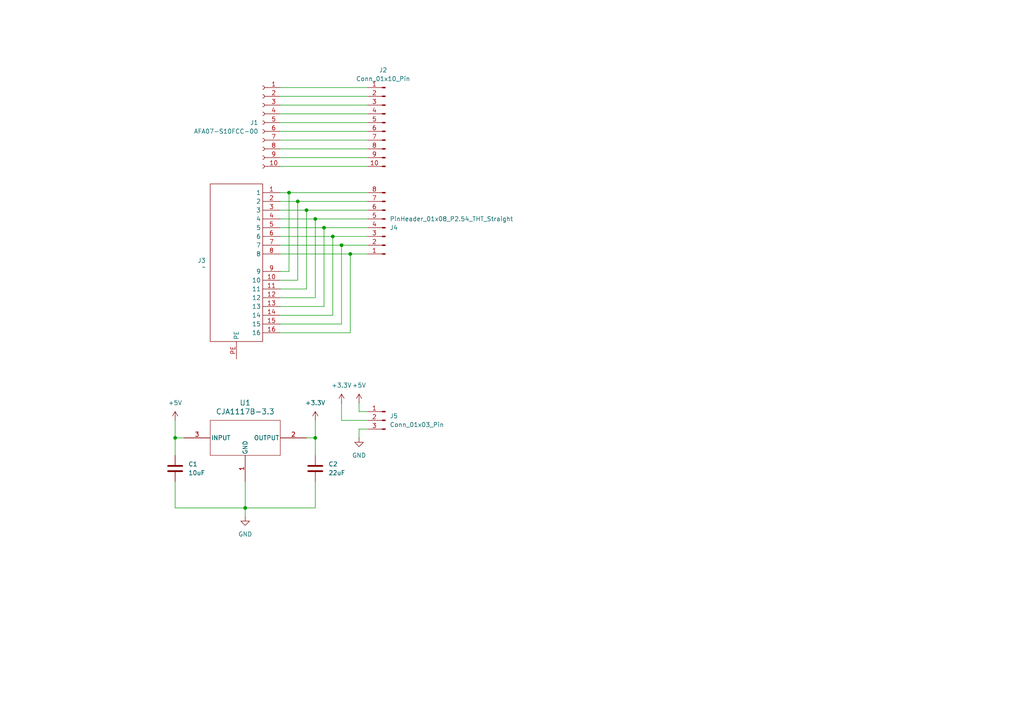
<source format=kicad_sch>
(kicad_sch (version 20231120) (generator "eeschema") (generator_version "8.0")
  (paper "A4")
  (lib_symbols
    (symbol "Connector:Conn_01x03_Pin" (pin_names (offset 1.016) hide)
      (property "Reference" "J" (at 0 5.08 0))
      (property "Value" "Conn_01x03_Pin" (at 0 -5.08 0))
      (symbol "Conn_01x03_Pin_1_1"
        (polyline (pts (xy 1.27 -2.54) (xy 0.8636 -2.54)) (stroke (width 0.1524)))
        (polyline (pts (xy 1.27 0) (xy 0.8636 0)) (stroke (width 0.1524)))
        (polyline (pts (xy 1.27 2.54) (xy 0.8636 2.54)) (stroke (width 0.1524)))
        (rectangle (start 0.8636 -2.413) (end 0 -2.667) (stroke (width 0.1524)) (fill (type outline)))
        (rectangle (start 0.8636 0.127) (end 0 -0.127) (stroke (width 0.1524)) (fill (type outline)))
        (rectangle (start 0.8636 2.667) (end 0 2.413) (stroke (width 0.1524)) (fill (type outline)))
        (pin passive line (at 5.08 2.54 180) (length 3.81) (name "Pin_1") (number "1"))
        (pin passive line (at 5.08 0 180) (length 3.81) (name "Pin_2") (number "2"))
        (pin passive line (at 5.08 -2.54 180) (length 3.81) (name "Pin_3") (number "3"))
      )
    )
    (symbol "Connector:Conn_01x10_Pin" (pin_names (offset 1.016) hide)
      (property "Reference" "J" (at 0 12.7 0))
      (property "Value" "Conn_01x10_Pin" (at 0 -15.24 0))
      (symbol "Conn_01x10_Pin_1_1"
        (polyline (pts (xy 1.27 -12.7) (xy 0.8636 -12.7)) (stroke (width 0.1524)))
        (polyline (pts (xy 1.27 -10.16) (xy 0.8636 -10.16)) (stroke (width 0.1524)))
        (polyline (pts (xy 1.27 -7.62) (xy 0.8636 -7.62)) (stroke (width 0.1524)))
        (polyline (pts (xy 1.27 -5.08) (xy 0.8636 -5.08)) (stroke (width 0.1524)))
        (polyline (pts (xy 1.27 -2.54) (xy 0.8636 -2.54)) (stroke (width 0.1524)))
        (polyline (pts (xy 1.27 0) (xy 0.8636 0)) (stroke (width 0.1524)))
        (polyline (pts (xy 1.27 2.54) (xy 0.8636 2.54)) (stroke (width 0.1524)))
        (polyline (pts (xy 1.27 5.08) (xy 0.8636 5.08)) (stroke (width 0.1524)))
        (polyline (pts (xy 1.27 7.62) (xy 0.8636 7.62)) (stroke (width 0.1524)))
        (polyline (pts (xy 1.27 10.16) (xy 0.8636 10.16)) (stroke (width 0.1524)))
        (rectangle (start 0.8636 -12.573) (end 0 -12.827) (stroke (width 0.1524)) (fill (type outline)))
        (rectangle (start 0.8636 -10.033) (end 0 -10.287) (stroke (width 0.1524)) (fill (type outline)))
        (rectangle (start 0.8636 -7.493) (end 0 -7.747) (stroke (width 0.1524)) (fill (type outline)))
        (rectangle (start 0.8636 -4.953) (end 0 -5.207) (stroke (width 0.1524)) (fill (type outline)))
        (rectangle (start 0.8636 -2.413) (end 0 -2.667) (stroke (width 0.1524)) (fill (type outline)))
        (rectangle (start 0.8636 0.127) (end 0 -0.127) (stroke (width 0.1524)) (fill (type outline)))
        (rectangle (start 0.8636 2.667) (end 0 2.413) (stroke (width 0.1524)) (fill (type outline)))
        (rectangle (start 0.8636 5.207) (end 0 4.953) (stroke (width 0.1524)) (fill (type outline)))
        (rectangle (start 0.8636 7.747) (end 0 7.493) (stroke (width 0.1524)) (fill (type outline)))
        (rectangle (start 0.8636 10.287) (end 0 10.033) (stroke (width 0.1524)) (fill (type outline)))
        (pin passive line (at 5.08 10.16 180) (length 3.81) (name "Pin_1") (number "1"))
        (pin passive line (at 5.08 -12.7 180) (length 3.81) (name "Pin_10") (number "10"))
        (pin passive line (at 5.08 7.62 180) (length 3.81) (name "Pin_2") (number "2"))
        (pin passive line (at 5.08 5.08 180) (length 3.81) (name "Pin_3") (number "3"))
        (pin passive line (at 5.08 2.54 180) (length 3.81) (name "Pin_4") (number "4"))
        (pin passive line (at 5.08 0 180) (length 3.81) (name "Pin_5") (number "5"))
        (pin passive line (at 5.08 -2.54 180) (length 3.81) (name "Pin_6") (number "6"))
        (pin passive line (at 5.08 -5.08 180) (length 3.81) (name "Pin_7") (number "7"))
        (pin passive line (at 5.08 -7.62 180) (length 3.81) (name "Pin_8") (number "8"))
        (pin passive line (at 5.08 -10.16 180) (length 3.81) (name "Pin_9") (number "9"))
      )
    )
    (symbol "kicad_inventree_lib:AFA07-S10FCC-00" (pin_names (offset 1.016) hide)
      (property "Reference" "J" (at 0 12.7 0))
      (property "Value" "AFA07-S10FCC-00" (at 0 -15.24 0))
      (symbol "AFA07-S10FCC-00_1_1"
        (arc (start 0 -12.192) (mid -0.5058 -12.7) (end 0 -13.208) (stroke (width 0.1524)))
        (arc (start 0 -9.652) (mid -0.5058 -10.16) (end 0 -10.668) (stroke (width 0.1524)))
        (arc (start 0 -7.112) (mid -0.5058 -7.62) (end 0 -8.128) (stroke (width 0.1524)))
        (arc (start 0 -4.572) (mid -0.5058 -5.08) (end 0 -5.588) (stroke (width 0.1524)))
        (arc (start 0 -2.032) (mid -0.5058 -2.54) (end 0 -3.048) (stroke (width 0.1524)))
        (polyline (pts (xy -1.27 -12.7) (xy -0.508 -12.7)) (stroke (width 0.1524)))
        (polyline (pts (xy -1.27 -10.16) (xy -0.508 -10.16)) (stroke (width 0.1524)))
        (polyline (pts (xy -1.27 -7.62) (xy -0.508 -7.62)) (stroke (width 0.1524)))
        (polyline (pts (xy -1.27 -5.08) (xy -0.508 -5.08)) (stroke (width 0.1524)))
        (polyline (pts (xy -1.27 -2.54) (xy -0.508 -2.54)) (stroke (width 0.1524)))
        (polyline (pts (xy -1.27 0) (xy -0.508 0)) (stroke (width 0.1524)))
        (polyline (pts (xy -1.27 2.54) (xy -0.508 2.54)) (stroke (width 0.1524)))
        (polyline (pts (xy -1.27 5.08) (xy -0.508 5.08)) (stroke (width 0.1524)))
        (polyline (pts (xy -1.27 7.62) (xy -0.508 7.62)) (stroke (width 0.1524)))
        (polyline (pts (xy -1.27 10.16) (xy -0.508 10.16)) (stroke (width 0.1524)))
        (arc (start 0 0.508) (mid -0.5058 0) (end 0 -0.508) (stroke (width 0.1524)))
        (arc (start 0 3.048) (mid -0.5058 2.54) (end 0 2.032) (stroke (width 0.1524)))
        (arc (start 0 5.588) (mid -0.5058 5.08) (end 0 4.572) (stroke (width 0.1524)))
        (arc (start 0 8.128) (mid -0.5058 7.62) (end 0 7.112) (stroke (width 0.1524)))
        (arc (start 0 10.668) (mid -0.5058 10.16) (end 0 9.652) (stroke (width 0.1524)))
        (pin passive line (at -5.08 10.16 0) (length 3.81) (name "Pin_1") (number "1"))
        (pin passive line (at -5.08 -12.7 0) (length 3.81) (name "Pin_10") (number "10"))
        (pin passive line (at -5.08 7.62 0) (length 3.81) (name "Pin_2") (number "2"))
        (pin passive line (at -5.08 5.08 0) (length 3.81) (name "Pin_3") (number "3"))
        (pin passive line (at -5.08 2.54 0) (length 3.81) (name "Pin_4") (number "4"))
        (pin passive line (at -5.08 0 0) (length 3.81) (name "Pin_5") (number "5"))
        (pin passive line (at -5.08 -2.54 0) (length 3.81) (name "Pin_6") (number "6"))
        (pin passive line (at -5.08 -5.08 0) (length 3.81) (name "Pin_7") (number "7"))
        (pin passive line (at -5.08 -7.62 0) (length 3.81) (name "Pin_8") (number "8"))
        (pin passive line (at -5.08 -10.16 0) (length 3.81) (name "Pin_9") (number "9"))
      )
    )
    (symbol "kicad_inventree_lib:CJA1117B-3.3" (pin_names (offset 0.254))
      (property "Reference" "U" (at 0 5.08 0))
      (property "Value" "CJA1117B-3.3" (at 0 2.54 0))
      (symbol "CJA1117B-3.3_0_1"
        (polyline (pts (xy -10.16 -10.16) (xy 10.16 -10.16)) (stroke (width 0.127)))
        (polyline (pts (xy -10.16 0) (xy -10.16 -10.16)) (stroke (width 0.127)))
        (polyline (pts (xy 10.16 -10.16) (xy 10.16 0)) (stroke (width 0.127)))
        (polyline (pts (xy 10.16 0) (xy -10.16 0)) (stroke (width 0.127)))
        (pin unspecified line (at 17.78 -5.08 180) (length 7.62) (name "OUTPUT") (number "2"))
        (pin unspecified line (at -17.78 -5.08 0) (length 7.62) (name "INPUT") (number "3"))
      )
      (symbol "CJA1117B-3.3_1_1"
        (pin unspecified line (at 0 -17.78 90) (length 7.62) (name "GND") (number "1"))
      )
    )
    (symbol "kicad_inventree_lib:C_10uF_16V_1206" (pin_numbers hide) (pin_names (offset 0.254))
      (property "Reference" "C" (at 0.635 2.54 0))
      (property "Value" "10uF" (at 0.635 -2.54 0))
      (symbol "C_10uF_16V_1206_0_1"
        (polyline (pts (xy -2.032 -0.762) (xy 2.032 -0.762)) (stroke (width 0.508)))
        (polyline (pts (xy -2.032 0.762) (xy 2.032 0.762)) (stroke (width 0.508)))
      )
      (symbol "C_10uF_16V_1206_1_1"
        (pin passive line (at 0 3.81 270) (length 2.794) (name "~") (number "1"))
        (pin passive line (at 0 -3.81 90) (length 2.794) (name "~") (number "2"))
      )
    )
    (symbol "kicad_inventree_lib:C_22uF_16V_1206" (pin_numbers hide) (pin_names (offset 0.254))
      (property "Reference" "C" (at 0.635 2.54 0))
      (property "Value" "22uF" (at 0.635 -2.54 0))
      (symbol "C_22uF_16V_1206_0_1"
        (polyline (pts (xy -2.032 -0.762) (xy 2.032 -0.762)) (stroke (width 0.508)))
        (polyline (pts (xy -2.032 0.762) (xy 2.032 0.762)) (stroke (width 0.508)))
      )
      (symbol "C_22uF_16V_1206_1_1"
        (pin passive line (at 0 3.81 270) (length 2.794) (name "~") (number "1"))
        (pin passive line (at 0 -3.81 90) (length 2.794) (name "~") (number "2"))
      )
    )
    (symbol "kicad_inventree_lib:HC-WK88-H16-1X2-DB"
      (property "Reference" "J" (at 0 0 0))
      (symbol "HC-WK88-H16-1X2-DB_0_1"
        (rectangle (start -7.62 -2.54) (end 7.62 -48.26))
      )
      (symbol "HC-WK88-H16-1X2-DB_1_1"
        (pin input line (at -12.7 -5.08 0) (length 5.08) (name "1") (number "1"))
        (pin input line (at -12.7 -30.48 0) (length 5.08) (name "10") (number "10"))
        (pin input line (at -12.7 -33.02 0) (length 5.08) (name "11") (number "11"))
        (pin input line (at -12.7 -35.56 0) (length 5.08) (name "12") (number "12"))
        (pin input line (at -12.7 -38.1 0) (length 5.08) (name "13") (number "13"))
        (pin input line (at -12.7 -40.64 0) (length 5.08) (name "14") (number "14"))
        (pin input line (at -12.7 -43.18 0) (length 5.08) (name "15") (number "15"))
        (pin input line (at -12.7 -45.72 0) (length 5.08) (name "16") (number "16"))
        (pin input line (at -12.7 -7.62 0) (length 5.08) (name "2") (number "2"))
        (pin input line (at -12.7 -10.16 0) (length 5.08) (name "3") (number "3"))
        (pin input line (at -12.7 -12.7 0) (length 5.08) (name "4") (number "4"))
        (pin input line (at -12.7 -15.24 0) (length 5.08) (name "5") (number "5"))
        (pin input line (at -12.7 -17.78 0) (length 5.08) (name "6") (number "6"))
        (pin input line (at -12.7 -20.32 0) (length 5.08) (name "7") (number "7"))
        (pin input line (at -12.7 -22.86 0) (length 5.08) (name "8") (number "8"))
        (pin input line (at -12.7 -27.94 0) (length 5.08) (name "9") (number "9"))
        (pin input line (at 0 -53.34 90) (length 5.08) (name "PE") (number "PE"))
      )
    )
    (symbol "kicad_inventree_lib:PinHeader_01x08_P2.54_THT_Straight" (pin_names (offset 1.016) hide)
      (property "Reference" "J" (at 0 10.16 0))
      (property "Value" "PinHeader_01x08_P2.54_THT_Straight" (at 0 -12.7 0))
      (symbol "PinHeader_01x08_P2.54_THT_Straight_1_1"
        (polyline (pts (xy 1.27 -10.16) (xy 0.8636 -10.16)) (stroke (width 0.1524)))
        (polyline (pts (xy 1.27 -7.62) (xy 0.8636 -7.62)) (stroke (width 0.1524)))
        (polyline (pts (xy 1.27 -5.08) (xy 0.8636 -5.08)) (stroke (width 0.1524)))
        (polyline (pts (xy 1.27 -2.54) (xy 0.8636 -2.54)) (stroke (width 0.1524)))
        (polyline (pts (xy 1.27 0) (xy 0.8636 0)) (stroke (width 0.1524)))
        (polyline (pts (xy 1.27 2.54) (xy 0.8636 2.54)) (stroke (width 0.1524)))
        (polyline (pts (xy 1.27 5.08) (xy 0.8636 5.08)) (stroke (width 0.1524)))
        (polyline (pts (xy 1.27 7.62) (xy 0.8636 7.62)) (stroke (width 0.1524)))
        (rectangle (start 0.8636 -10.033) (end 0 -10.287) (stroke (width 0.1524)) (fill (type outline)))
        (rectangle (start 0.8636 -7.493) (end 0 -7.747) (stroke (width 0.1524)) (fill (type outline)))
        (rectangle (start 0.8636 -4.953) (end 0 -5.207) (stroke (width 0.1524)) (fill (type outline)))
        (rectangle (start 0.8636 -2.413) (end 0 -2.667) (stroke (width 0.1524)) (fill (type outline)))
        (rectangle (start 0.8636 0.127) (end 0 -0.127) (stroke (width 0.1524)) (fill (type outline)))
        (rectangle (start 0.8636 2.667) (end 0 2.413) (stroke (width 0.1524)) (fill (type outline)))
        (rectangle (start 0.8636 5.207) (end 0 4.953) (stroke (width 0.1524)) (fill (type outline)))
        (rectangle (start 0.8636 7.747) (end 0 7.493) (stroke (width 0.1524)) (fill (type outline)))
        (pin passive line (at 5.08 7.62 180) (length 3.81) (name "Pin_1") (number "1"))
        (pin passive line (at 5.08 5.08 180) (length 3.81) (name "Pin_2") (number "2"))
        (pin passive line (at 5.08 2.54 180) (length 3.81) (name "Pin_3") (number "3"))
        (pin passive line (at 5.08 0 180) (length 3.81) (name "Pin_4") (number "4"))
        (pin passive line (at 5.08 -2.54 180) (length 3.81) (name "Pin_5") (number "5"))
        (pin passive line (at 5.08 -5.08 180) (length 3.81) (name "Pin_6") (number "6"))
        (pin passive line (at 5.08 -7.62 180) (length 3.81) (name "Pin_7") (number "7"))
        (pin passive line (at 5.08 -10.16 180) (length 3.81) (name "Pin_8") (number "8"))
      )
    )
    (symbol "power:+3.3V" (power) (pin_numbers hide) (pin_names (offset 0) hide)
      (property "Value" "+3.3V" (at 0 3.556 0))
      (symbol "+3.3V_0_1"
        (polyline (pts (xy -0.762 1.27) (xy 0 2.54)))
        (polyline (pts (xy 0 0) (xy 0 2.54)))
        (polyline (pts (xy 0 2.54) (xy 0.762 1.27)))
      )
      (symbol "+3.3V_1_1"
        (pin power_in line (at 0 0 90) (length 0) (name "~") (number "1"))
      )
    )
    (symbol "power:+5V" (power) (pin_numbers hide) (pin_names (offset 0) hide)
      (property "Value" "+5V" (at 0 3.556 0))
      (symbol "+5V_0_1"
        (polyline (pts (xy -0.762 1.27) (xy 0 2.54)))
        (polyline (pts (xy 0 0) (xy 0 2.54)))
        (polyline (pts (xy 0 2.54) (xy 0.762 1.27)))
      )
      (symbol "+5V_1_1"
        (pin power_in line (at 0 0 90) (length 0) (name "~") (number "1"))
      )
    )
    (symbol "power:GND" (power) (pin_numbers hide) (pin_names (offset 0) hide)
      (property "Value" "GND" (at 0 -3.81 0))
      (symbol "GND_0_1"
        (polyline (pts (xy 0 0) (xy 0 -1.27) (xy 1.27 -1.27) (xy 0 -2.54) (xy -1.27 -1.27) (xy 0 -1.27)))
      )
      (symbol "GND_1_1"
        (pin power_in line (at 0 0 270) (length 0) (name "~") (number "1"))
      )
    )
  )
  (junction (at 91.44 127))
  (junction (at 86.36 58.42))
  (junction (at 83.82 55.88))
  (junction (at 99.06 71.12))
  (junction (at 96.52 68.58))
  (junction (at 88.9 60.96))
  (junction (at 91.44 63.5))
  (junction (at 93.98 66.04))
  (junction (at 50.8 127))
  (junction (at 101.6 73.66))
  (junction (at 71.12 147.32))
  (wire (pts (xy 106.68 43.18) (xy 81.28 43.18)))
  (wire (pts (xy 104.14 116.84) (xy 104.14 119.38)))
  (wire (pts (xy 106.68 33.02) (xy 81.28 33.02)))
  (wire (pts (xy 106.68 48.26) (xy 81.28 48.26)))
  (wire (pts (xy 81.28 96.52) (xy 101.6 96.52)))
  (wire (pts (xy 99.06 71.12) (xy 99.06 93.98)))
  (wire (pts (xy 81.28 91.44) (xy 96.52 91.44)))
  (wire (pts (xy 50.8 147.32) (xy 71.12 147.32)))
  (wire (pts (xy 91.44 139.7) (xy 91.44 147.32)))
  (wire (pts (xy 86.36 58.42) (xy 106.68 58.42)))
  (wire (pts (xy 83.82 55.88) (xy 106.68 55.88)))
  (wire (pts (xy 91.44 127) (xy 91.44 121.92)))
  (wire (pts (xy 81.28 71.12) (xy 99.06 71.12)))
  (wire (pts (xy 88.9 60.96) (xy 106.68 60.96)))
  (wire (pts (xy 101.6 73.66) (xy 101.6 96.52)))
  (wire (pts (xy 106.68 35.56) (xy 81.28 35.56)))
  (wire (pts (xy 99.06 71.12) (xy 106.68 71.12)))
  (wire (pts (xy 81.28 73.66) (xy 101.6 73.66)))
  (wire (pts (xy 91.44 63.5) (xy 91.44 86.36)))
  (wire (pts (xy 81.28 66.04) (xy 93.98 66.04)))
  (wire (pts (xy 81.28 88.9) (xy 93.98 88.9)))
  (wire (pts (xy 106.68 38.1) (xy 81.28 38.1)))
  (wire (pts (xy 96.52 91.44) (xy 96.52 68.58)))
  (wire (pts (xy 88.9 60.96) (xy 88.9 83.82)))
  (wire (pts (xy 81.28 78.74) (xy 83.82 78.74)))
  (wire (pts (xy 86.36 58.42) (xy 86.36 81.28)))
  (wire (pts (xy 50.8 127) (xy 53.34 127)))
  (wire (pts (xy 106.68 121.92) (xy 99.06 121.92)))
  (wire (pts (xy 50.8 127) (xy 50.8 132.08)))
  (wire (pts (xy 50.8 121.92) (xy 50.8 127)))
  (wire (pts (xy 106.68 40.64) (xy 81.28 40.64)))
  (wire (pts (xy 106.68 27.94) (xy 81.28 27.94)))
  (wire (pts (xy 81.28 55.88) (xy 83.82 55.88)))
  (wire (pts (xy 91.44 127) (xy 91.44 132.08)))
  (wire (pts (xy 106.68 30.48) (xy 81.28 30.48)))
  (wire (pts (xy 71.12 149.86) (xy 71.12 147.32)))
  (wire (pts (xy 104.14 119.38) (xy 106.68 119.38)))
  (wire (pts (xy 106.68 25.4) (xy 81.28 25.4)))
  (wire (pts (xy 93.98 66.04) (xy 106.68 66.04)))
  (wire (pts (xy 81.28 58.42) (xy 86.36 58.42)))
  (wire (pts (xy 81.28 68.58) (xy 96.52 68.58)))
  (wire (pts (xy 96.52 68.58) (xy 106.68 68.58)))
  (wire (pts (xy 71.12 147.32) (xy 71.12 139.7)))
  (wire (pts (xy 81.28 93.98) (xy 99.06 93.98)))
  (wire (pts (xy 81.28 81.28) (xy 86.36 81.28)))
  (wire (pts (xy 99.06 121.92) (xy 99.06 116.84)))
  (wire (pts (xy 50.8 139.7) (xy 50.8 147.32)))
  (wire (pts (xy 81.28 63.5) (xy 91.44 63.5)))
  (wire (pts (xy 106.68 45.72) (xy 81.28 45.72)))
  (wire (pts (xy 81.28 83.82) (xy 88.9 83.82)))
  (wire (pts (xy 88.9 127) (xy 91.44 127)))
  (wire (pts (xy 91.44 63.5) (xy 106.68 63.5)))
  (wire (pts (xy 104.14 124.46) (xy 104.14 127)))
  (wire (pts (xy 91.44 147.32) (xy 71.12 147.32)))
  (wire (pts (xy 81.28 60.96) (xy 88.9 60.96)))
  (wire (pts (xy 93.98 66.04) (xy 93.98 88.9)))
  (wire (pts (xy 106.68 124.46) (xy 104.14 124.46)))
  (wire (pts (xy 101.6 73.66) (xy 106.68 73.66)))
  (wire (pts (xy 81.28 86.36) (xy 91.44 86.36)))
  (wire (pts (xy 83.82 55.88) (xy 83.82 78.74)))
  (symbol (lib_id "Connector:Conn_01x03_Pin") (at 111.76 121.92 0) (mirror y) (unit 1)
    (property "Reference" "J5" (at 113.03 120.6499 0) (effects (justify right)))
    (property "Value" "Conn_01x03_Pin" (at 113.03 123.1899 0) (effects (justify right)))
    (property "Footprint" "Connector_PinHeader_2.54mm:PinHeader_1x03_P2.54mm_Vertical" (effects (hide yes)))
    (property "Description" "Generic connector, single row, 01x03, script generated" (effects (hide yes)))
  )
  (symbol (lib_id "power:GND") (at 71.12 149.86 0) (mirror y) (unit 1)
    (property "Reference" "#PWR02" (effects (hide yes)))
    (property "Value" "GND" (at 71.12 154.94 0))
    (property "Description" "Power symbol creates a global label with name \"GND\" , ground" (effects (hide yes)))
  )
  (symbol (lib_id "kicad_inventree_lib:AFA07-S10FCC-00") (at 76.2 35.56 0) (mirror y) (unit 1)
    (property "Reference" "J1" (at 74.93 35.5599 0) (effects (justify left)))
    (property "Value" "AFA07-S10FCC-00" (at 74.93 38.0999 0) (effects (justify left)))
    (property "Footprint" "kicad_inventree_lib:CONN10_AFA07-S10_JUS" (effects (hide yes)))
    (property "Datasheet" "http://inventree.network/part/170/" (effects (hide yes)))
    (property "Description" "Generic connector, single row, 01x10, script generated" (effects (hide yes)))
  )
  (symbol (lib_id "power:+3.3V") (at 91.44 121.92 0) (unit 1)
    (property "Reference" "#PWR03" (effects (hide yes)))
    (property "Value" "+3.3V" (at 91.44 116.84 0))
    (property "Description" "Power symbol creates a global label with name \"+3.3V\"" (effects (hide yes)))
  )
  (symbol (lib_id "power:+5V") (at 50.8 121.92 0) (mirror y) (unit 1)
    (property "Reference" "#PWR01" (effects (hide yes)))
    (property "Value" "+5V" (at 50.8 116.84 0))
    (property "Description" "Power symbol creates a global label with name \"+5V\"" (effects (hide yes)))
  )
  (symbol (lib_id "kicad_inventree_lib:CJA1117B-3.3") (at 71.12 121.92 0) (unit 1)
    (property "Reference" "U1" (at 71.12 116.84 0) (effects (font (size 1.524 1.524))))
    (property "Value" "CJA1117B-3.3" (at 71.12 119.38 0) (effects (font (size 1.524 1.524))))
    (property "Footprint" "Package_TO_SOT_SMD:SOT-89-3" (effects (hide yes)))
    (property "Datasheet" "http://inventree.network/part/165/" (effects (hide yes)))
    (property "part_ipn" "CJA1117B-3.3" (effects (hide yes)))
  )
  (symbol (lib_id "kicad_inventree_lib:C_10uF_16V_1206") (at 50.8 135.89 0) (unit 1)
    (property "Reference" "C1" (at 54.61 134.6199 0) (effects (justify left)))
    (property "Value" "10uF" (at 54.61 137.1599 0) (effects (justify left)))
    (property "Footprint" "Capacitor_SMD:C_1206_3216Metric_Pad1.33x1.80mm_HandSolder" (effects (hide yes)))
    (property "Datasheet" "http://inventree.network/part/141/" (effects (hide yes)))
    (property "Description" "Unpolarized capacitor" (effects (hide yes)))
    (property "part_ipn" "C_10uF_16V_1206" (effects (hide yes)))
  )
  (symbol (lib_id "kicad_inventree_lib:HC-WK88-H16-1X2-DB") (at 68.58 50.8 0) (mirror y) (unit 1)
    (property "Reference" "J3" (at 59.69 75.5649 0) (effects (justify left)))
    (property "Value" "~" (at 59.69 77.47 0) (effects (justify left)))
    (property "Footprint" "kicad_inventree_lib:HC-WK88-H16-1X2-DB" (effects (hide yes)))
  )
  (symbol (lib_id "kicad_inventree_lib:PinHeader_01x08_P2.54_THT_Straight") (at 111.76 66.04 180) (unit 1)
    (property "Reference" "J4" (at 113.03 66.0401 0) (effects (justify right)))
    (property "Value" "PinHeader_01x08_P2.54_THT_Straight" (at 113.03 63.5001 0) (effects (justify right)))
    (property "Footprint" "Connector_PinHeader_2.54mm:PinHeader_1x08_P2.54mm_Vertical" (effects (hide yes)))
    (property "Datasheet" "http://inventree.network/part/94/" (effects (hide yes)))
    (property "Description" "Generic connector, single row, 01x08, script generated" (effects (hide yes)))
    (property "part_ipn" "PinHeader_01x08_P2.54_THT_Straight" (effects (hide yes)))
  )
  (symbol (lib_id "power:+3.3V") (at 99.06 116.84 0) (unit 1)
    (property "Reference" "#PWR05" (effects (hide yes)))
    (property "Value" "+3.3V" (at 99.06 111.76 0))
    (property "Description" "Power symbol creates a global label with name \"+3.3V\"" (effects (hide yes)))
  )
  (symbol (lib_id "power:+5V") (at 104.14 116.84 0) (mirror y) (unit 1)
    (property "Reference" "#PWR04" (effects (hide yes)))
    (property "Value" "+5V" (at 104.14 111.76 0))
    (property "Description" "Power symbol creates a global label with name \"+5V\"" (effects (hide yes)))
  )
  (symbol (lib_id "kicad_inventree_lib:C_22uF_16V_1206") (at 91.44 135.89 0) (unit 1)
    (property "Reference" "C2" (at 95.25 134.6199 0) (effects (justify left)))
    (property "Value" "22uF" (at 95.25 137.1599 0) (effects (justify left)))
    (property "Footprint" "Capacitor_SMD:C_1206_3216Metric_Pad1.33x1.80mm_HandSolder" (effects (hide yes)))
    (property "Datasheet" "http://inventree.network/part/166/" (effects (hide yes)))
    (property "Description" "Unpolarized capacitor" (effects (hide yes)))
    (property "part_ipn" "C_22uF_16V_1206" (effects (hide yes)))
  )
  (symbol (lib_id "power:GND") (at 104.14 127 0) (mirror y) (unit 1)
    (property "Reference" "#PWR06" (effects (hide yes)))
    (property "Value" "GND" (at 104.14 132.08 0))
    (property "Description" "Power symbol creates a global label with name \"GND\" , ground" (effects (hide yes)))
  )
  (symbol (lib_id "Connector:Conn_01x10_Pin") (at 111.76 35.56 0) (mirror y) (unit 1)
    (property "Reference" "J2" (at 111.125 20.32 0))
    (property "Value" "Conn_01x10_Pin" (at 111.125 22.86 0))
    (property "Footprint" "Connector_PinHeader_2.54mm:PinHeader_1x10_P2.54mm_Vertical" (effects (hide yes)))
    (property "Description" "Generic connector, single row, 01x10, script generated" (effects (hide yes)))
  )
)
</source>
